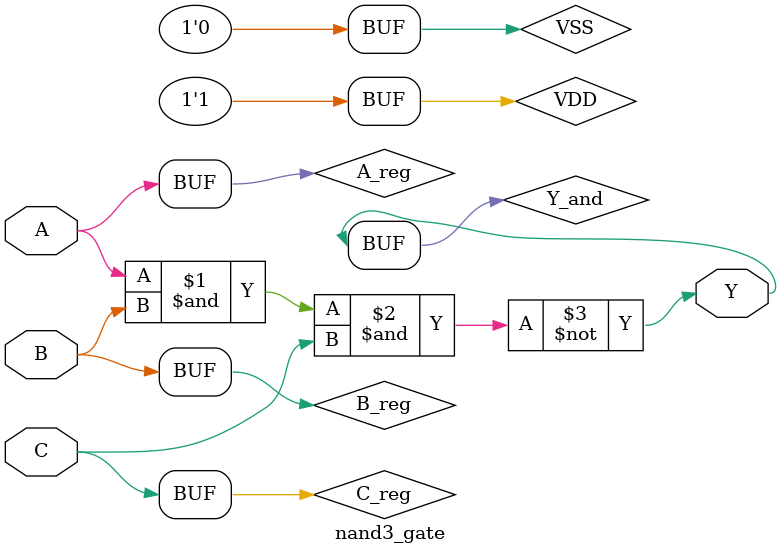
<source format=v>

module nand3_gate(input A, input B, input C, output Y);

    // Inputs are registered
    reg A_reg;
    reg B_reg;
    reg C_reg;

    // Outputs are wires
    wire Y_and;

    // Connect to power and ground
    supply1 VDD;
    supply0 VSS;

    // Instantiate buffers
    buf A_buf (A, A_reg);
    buf B_buf (B, B_reg);
    buf C_buf (C, C_reg);
    buf Y_buf (Y_and, Y);

    // Instantiate NAND gates
    nand (Y_and, A_reg, B_reg, C_reg); // 3-input NAND gate

endmodule
</source>
